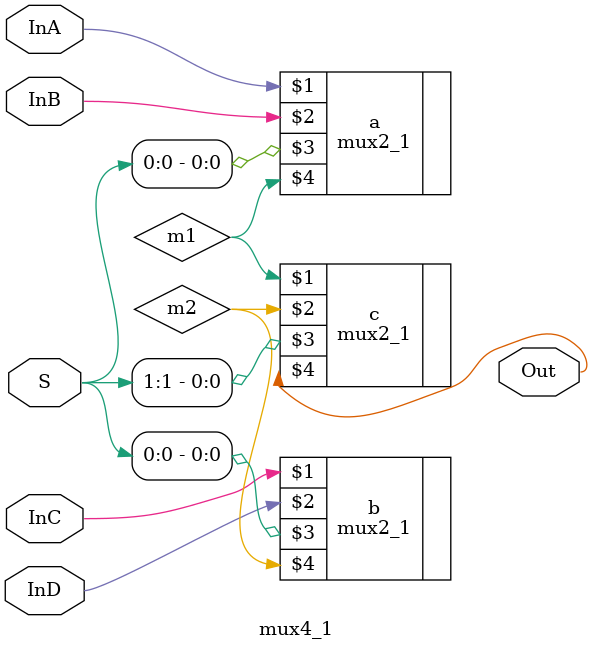
<source format=v>
/*
    CS/ECE 552 Spring '19
    Homework #3, Problem 1

    4-1 mux template
*/

module mux4_1(InA, InB, InC, InD, S, Out);
   input        InA, InB, InC, InD;
   input [1:0] 	 S;
   output 	 Out;

   wire 	 m1, m2;

   mux2_1 a(InA, InB, S[0], m1);
   mux2_1 b(InC, InD, S[0], m2);
   mux2_1 c(m1, m2, S[1], Out);
   
endmodule

</source>
